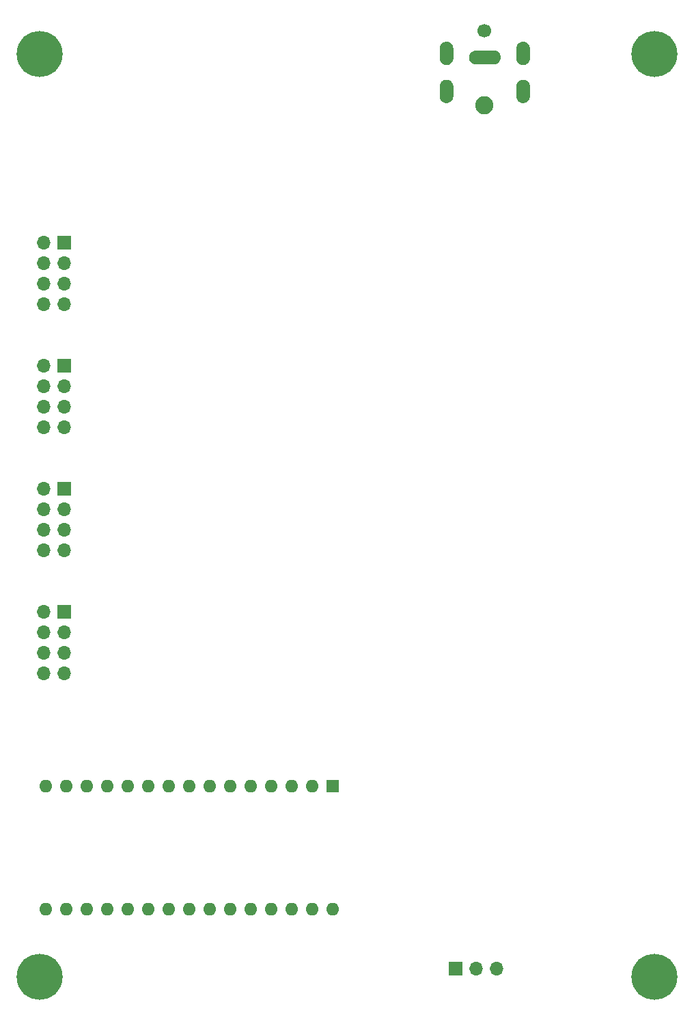
<source format=gbr>
G04 #@! TF.GenerationSoftware,KiCad,Pcbnew,(5.0.0)*
G04 #@! TF.CreationDate,2020-11-12T12:13:27-08:00*
G04 #@! TF.ProjectId,Valve_Monitor_ArduinoNano,56616C76655F4D6F6E69746F725F4172,rev?*
G04 #@! TF.SameCoordinates,Original*
G04 #@! TF.FileFunction,Soldermask,Bot*
G04 #@! TF.FilePolarity,Negative*
%FSLAX46Y46*%
G04 Gerber Fmt 4.6, Leading zero omitted, Abs format (unit mm)*
G04 Created by KiCad (PCBNEW (5.0.0)) date 11/12/20 12:13:27*
%MOMM*%
%LPD*%
G01*
G04 APERTURE LIST*
%ADD10C,0.100000*%
%ADD11C,5.700000*%
%ADD12C,1.700000*%
%ADD13C,2.250000*%
%ADD14C,0.800000*%
%ADD15O,1.700000X1.700000*%
%ADD16R,1.700000X1.700000*%
%ADD17O,1.600000X1.600000*%
%ADD18R,1.600000X1.600000*%
G04 APERTURE END LIST*
D10*
G04 #@! TO.C,J1*
G36*
X93391000Y-50428000D02*
X93391000Y-49228000D01*
X93392096Y-49186131D01*
X93395382Y-49144377D01*
X93400849Y-49102852D01*
X93408482Y-49061671D01*
X93418259Y-49020945D01*
X93430155Y-48980786D01*
X93444136Y-48941306D01*
X93460164Y-48902611D01*
X93478195Y-48864808D01*
X93498180Y-48828000D01*
X93520064Y-48792289D01*
X93543786Y-48757772D01*
X93569283Y-48724544D01*
X93596484Y-48692696D01*
X93625315Y-48662315D01*
X93655696Y-48633484D01*
X93687544Y-48606283D01*
X93720772Y-48580786D01*
X93755289Y-48557064D01*
X93791000Y-48535180D01*
X93827808Y-48515195D01*
X93865611Y-48497164D01*
X93904306Y-48481136D01*
X93943786Y-48467155D01*
X93983945Y-48455259D01*
X94024671Y-48445482D01*
X94065852Y-48437849D01*
X94107377Y-48432382D01*
X94149131Y-48429096D01*
X94191000Y-48428000D01*
X94232869Y-48429096D01*
X94274623Y-48432382D01*
X94316148Y-48437849D01*
X94357329Y-48445482D01*
X94398055Y-48455259D01*
X94438214Y-48467155D01*
X94477694Y-48481136D01*
X94516389Y-48497164D01*
X94554192Y-48515195D01*
X94591000Y-48535180D01*
X94626711Y-48557064D01*
X94661228Y-48580786D01*
X94694456Y-48606283D01*
X94726304Y-48633484D01*
X94756685Y-48662315D01*
X94785516Y-48692696D01*
X94812717Y-48724544D01*
X94838214Y-48757772D01*
X94861936Y-48792289D01*
X94883820Y-48828000D01*
X94903805Y-48864808D01*
X94921836Y-48902611D01*
X94937864Y-48941306D01*
X94951845Y-48980786D01*
X94963741Y-49020945D01*
X94973518Y-49061671D01*
X94981151Y-49102852D01*
X94986618Y-49144377D01*
X94989904Y-49186131D01*
X94991000Y-49228000D01*
X94991000Y-50428000D01*
X94989904Y-50469869D01*
X94986618Y-50511623D01*
X94981151Y-50553148D01*
X94973518Y-50594329D01*
X94963741Y-50635055D01*
X94951845Y-50675214D01*
X94937864Y-50714694D01*
X94921836Y-50753389D01*
X94903805Y-50791192D01*
X94883820Y-50828000D01*
X94861936Y-50863711D01*
X94838214Y-50898228D01*
X94812717Y-50931456D01*
X94785516Y-50963304D01*
X94756685Y-50993685D01*
X94726304Y-51022516D01*
X94694456Y-51049717D01*
X94661228Y-51075214D01*
X94626711Y-51098936D01*
X94591000Y-51120820D01*
X94554192Y-51140805D01*
X94516389Y-51158836D01*
X94477694Y-51174864D01*
X94438214Y-51188845D01*
X94398055Y-51200741D01*
X94357329Y-51210518D01*
X94316148Y-51218151D01*
X94274623Y-51223618D01*
X94232869Y-51226904D01*
X94191000Y-51228000D01*
X94149131Y-51226904D01*
X94107377Y-51223618D01*
X94065852Y-51218151D01*
X94024671Y-51210518D01*
X93983945Y-51200741D01*
X93943786Y-51188845D01*
X93904306Y-51174864D01*
X93865611Y-51158836D01*
X93827808Y-51140805D01*
X93791000Y-51120820D01*
X93755289Y-51098936D01*
X93720772Y-51075214D01*
X93687544Y-51049717D01*
X93655696Y-51022516D01*
X93625315Y-50993685D01*
X93596484Y-50963304D01*
X93569283Y-50931456D01*
X93543786Y-50898228D01*
X93520064Y-50863711D01*
X93498180Y-50828000D01*
X93478195Y-50791192D01*
X93460164Y-50753389D01*
X93444136Y-50714694D01*
X93430155Y-50675214D01*
X93418259Y-50635055D01*
X93408482Y-50594329D01*
X93400849Y-50553148D01*
X93395382Y-50511623D01*
X93392096Y-50469869D01*
X93391000Y-50428000D01*
X93391000Y-50428000D01*
G37*
X93391000Y-50428000D02*
X93391000Y-49228000D01*
X93392096Y-49186131D01*
X93395382Y-49144377D01*
X93400849Y-49102852D01*
X93408482Y-49061671D01*
X93418259Y-49020945D01*
X93430155Y-48980786D01*
X93444136Y-48941306D01*
X93460164Y-48902611D01*
X93478195Y-48864808D01*
X93498180Y-48828000D01*
X93520064Y-48792289D01*
X93543786Y-48757772D01*
X93569283Y-48724544D01*
X93596484Y-48692696D01*
X93625315Y-48662315D01*
X93655696Y-48633484D01*
X93687544Y-48606283D01*
X93720772Y-48580786D01*
X93755289Y-48557064D01*
X93791000Y-48535180D01*
X93827808Y-48515195D01*
X93865611Y-48497164D01*
X93904306Y-48481136D01*
X93943786Y-48467155D01*
X93983945Y-48455259D01*
X94024671Y-48445482D01*
X94065852Y-48437849D01*
X94107377Y-48432382D01*
X94149131Y-48429096D01*
X94191000Y-48428000D01*
X94232869Y-48429096D01*
X94274623Y-48432382D01*
X94316148Y-48437849D01*
X94357329Y-48445482D01*
X94398055Y-48455259D01*
X94438214Y-48467155D01*
X94477694Y-48481136D01*
X94516389Y-48497164D01*
X94554192Y-48515195D01*
X94591000Y-48535180D01*
X94626711Y-48557064D01*
X94661228Y-48580786D01*
X94694456Y-48606283D01*
X94726304Y-48633484D01*
X94756685Y-48662315D01*
X94785516Y-48692696D01*
X94812717Y-48724544D01*
X94838214Y-48757772D01*
X94861936Y-48792289D01*
X94883820Y-48828000D01*
X94903805Y-48864808D01*
X94921836Y-48902611D01*
X94937864Y-48941306D01*
X94951845Y-48980786D01*
X94963741Y-49020945D01*
X94973518Y-49061671D01*
X94981151Y-49102852D01*
X94986618Y-49144377D01*
X94989904Y-49186131D01*
X94991000Y-49228000D01*
X94991000Y-50428000D01*
X94989904Y-50469869D01*
X94986618Y-50511623D01*
X94981151Y-50553148D01*
X94973518Y-50594329D01*
X94963741Y-50635055D01*
X94951845Y-50675214D01*
X94937864Y-50714694D01*
X94921836Y-50753389D01*
X94903805Y-50791192D01*
X94883820Y-50828000D01*
X94861936Y-50863711D01*
X94838214Y-50898228D01*
X94812717Y-50931456D01*
X94785516Y-50963304D01*
X94756685Y-50993685D01*
X94726304Y-51022516D01*
X94694456Y-51049717D01*
X94661228Y-51075214D01*
X94626711Y-51098936D01*
X94591000Y-51120820D01*
X94554192Y-51140805D01*
X94516389Y-51158836D01*
X94477694Y-51174864D01*
X94438214Y-51188845D01*
X94398055Y-51200741D01*
X94357329Y-51210518D01*
X94316148Y-51218151D01*
X94274623Y-51223618D01*
X94232869Y-51226904D01*
X94191000Y-51228000D01*
X94149131Y-51226904D01*
X94107377Y-51223618D01*
X94065852Y-51218151D01*
X94024671Y-51210518D01*
X93983945Y-51200741D01*
X93943786Y-51188845D01*
X93904306Y-51174864D01*
X93865611Y-51158836D01*
X93827808Y-51140805D01*
X93791000Y-51120820D01*
X93755289Y-51098936D01*
X93720772Y-51075214D01*
X93687544Y-51049717D01*
X93655696Y-51022516D01*
X93625315Y-50993685D01*
X93596484Y-50963304D01*
X93569283Y-50931456D01*
X93543786Y-50898228D01*
X93520064Y-50863711D01*
X93498180Y-50828000D01*
X93478195Y-50791192D01*
X93460164Y-50753389D01*
X93444136Y-50714694D01*
X93430155Y-50675214D01*
X93418259Y-50635055D01*
X93408482Y-50594329D01*
X93400849Y-50553148D01*
X93395382Y-50511623D01*
X93392096Y-50469869D01*
X93391000Y-50428000D01*
G36*
X83891000Y-50428000D02*
X83891000Y-49228000D01*
X83892096Y-49186131D01*
X83895382Y-49144377D01*
X83900849Y-49102852D01*
X83908482Y-49061671D01*
X83918259Y-49020945D01*
X83930155Y-48980786D01*
X83944136Y-48941306D01*
X83960164Y-48902611D01*
X83978195Y-48864808D01*
X83998180Y-48828000D01*
X84020064Y-48792289D01*
X84043786Y-48757772D01*
X84069283Y-48724544D01*
X84096484Y-48692696D01*
X84125315Y-48662315D01*
X84155696Y-48633484D01*
X84187544Y-48606283D01*
X84220772Y-48580786D01*
X84255289Y-48557064D01*
X84291000Y-48535180D01*
X84327808Y-48515195D01*
X84365611Y-48497164D01*
X84404306Y-48481136D01*
X84443786Y-48467155D01*
X84483945Y-48455259D01*
X84524671Y-48445482D01*
X84565852Y-48437849D01*
X84607377Y-48432382D01*
X84649131Y-48429096D01*
X84691000Y-48428000D01*
X84732869Y-48429096D01*
X84774623Y-48432382D01*
X84816148Y-48437849D01*
X84857329Y-48445482D01*
X84898055Y-48455259D01*
X84938214Y-48467155D01*
X84977694Y-48481136D01*
X85016389Y-48497164D01*
X85054192Y-48515195D01*
X85091000Y-48535180D01*
X85126711Y-48557064D01*
X85161228Y-48580786D01*
X85194456Y-48606283D01*
X85226304Y-48633484D01*
X85256685Y-48662315D01*
X85285516Y-48692696D01*
X85312717Y-48724544D01*
X85338214Y-48757772D01*
X85361936Y-48792289D01*
X85383820Y-48828000D01*
X85403805Y-48864808D01*
X85421836Y-48902611D01*
X85437864Y-48941306D01*
X85451845Y-48980786D01*
X85463741Y-49020945D01*
X85473518Y-49061671D01*
X85481151Y-49102852D01*
X85486618Y-49144377D01*
X85489904Y-49186131D01*
X85491000Y-49228000D01*
X85491000Y-50428000D01*
X85489904Y-50469869D01*
X85486618Y-50511623D01*
X85481151Y-50553148D01*
X85473518Y-50594329D01*
X85463741Y-50635055D01*
X85451845Y-50675214D01*
X85437864Y-50714694D01*
X85421836Y-50753389D01*
X85403805Y-50791192D01*
X85383820Y-50828000D01*
X85361936Y-50863711D01*
X85338214Y-50898228D01*
X85312717Y-50931456D01*
X85285516Y-50963304D01*
X85256685Y-50993685D01*
X85226304Y-51022516D01*
X85194456Y-51049717D01*
X85161228Y-51075214D01*
X85126711Y-51098936D01*
X85091000Y-51120820D01*
X85054192Y-51140805D01*
X85016389Y-51158836D01*
X84977694Y-51174864D01*
X84938214Y-51188845D01*
X84898055Y-51200741D01*
X84857329Y-51210518D01*
X84816148Y-51218151D01*
X84774623Y-51223618D01*
X84732869Y-51226904D01*
X84691000Y-51228000D01*
X84649131Y-51226904D01*
X84607377Y-51223618D01*
X84565852Y-51218151D01*
X84524671Y-51210518D01*
X84483945Y-51200741D01*
X84443786Y-51188845D01*
X84404306Y-51174864D01*
X84365611Y-51158836D01*
X84327808Y-51140805D01*
X84291000Y-51120820D01*
X84255289Y-51098936D01*
X84220772Y-51075214D01*
X84187544Y-51049717D01*
X84155696Y-51022516D01*
X84125315Y-50993685D01*
X84096484Y-50963304D01*
X84069283Y-50931456D01*
X84043786Y-50898228D01*
X84020064Y-50863711D01*
X83998180Y-50828000D01*
X83978195Y-50791192D01*
X83960164Y-50753389D01*
X83944136Y-50714694D01*
X83930155Y-50675214D01*
X83918259Y-50635055D01*
X83908482Y-50594329D01*
X83900849Y-50553148D01*
X83895382Y-50511623D01*
X83892096Y-50469869D01*
X83891000Y-50428000D01*
X83891000Y-50428000D01*
G37*
X83891000Y-50428000D02*
X83891000Y-49228000D01*
X83892096Y-49186131D01*
X83895382Y-49144377D01*
X83900849Y-49102852D01*
X83908482Y-49061671D01*
X83918259Y-49020945D01*
X83930155Y-48980786D01*
X83944136Y-48941306D01*
X83960164Y-48902611D01*
X83978195Y-48864808D01*
X83998180Y-48828000D01*
X84020064Y-48792289D01*
X84043786Y-48757772D01*
X84069283Y-48724544D01*
X84096484Y-48692696D01*
X84125315Y-48662315D01*
X84155696Y-48633484D01*
X84187544Y-48606283D01*
X84220772Y-48580786D01*
X84255289Y-48557064D01*
X84291000Y-48535180D01*
X84327808Y-48515195D01*
X84365611Y-48497164D01*
X84404306Y-48481136D01*
X84443786Y-48467155D01*
X84483945Y-48455259D01*
X84524671Y-48445482D01*
X84565852Y-48437849D01*
X84607377Y-48432382D01*
X84649131Y-48429096D01*
X84691000Y-48428000D01*
X84732869Y-48429096D01*
X84774623Y-48432382D01*
X84816148Y-48437849D01*
X84857329Y-48445482D01*
X84898055Y-48455259D01*
X84938214Y-48467155D01*
X84977694Y-48481136D01*
X85016389Y-48497164D01*
X85054192Y-48515195D01*
X85091000Y-48535180D01*
X85126711Y-48557064D01*
X85161228Y-48580786D01*
X85194456Y-48606283D01*
X85226304Y-48633484D01*
X85256685Y-48662315D01*
X85285516Y-48692696D01*
X85312717Y-48724544D01*
X85338214Y-48757772D01*
X85361936Y-48792289D01*
X85383820Y-48828000D01*
X85403805Y-48864808D01*
X85421836Y-48902611D01*
X85437864Y-48941306D01*
X85451845Y-48980786D01*
X85463741Y-49020945D01*
X85473518Y-49061671D01*
X85481151Y-49102852D01*
X85486618Y-49144377D01*
X85489904Y-49186131D01*
X85491000Y-49228000D01*
X85491000Y-50428000D01*
X85489904Y-50469869D01*
X85486618Y-50511623D01*
X85481151Y-50553148D01*
X85473518Y-50594329D01*
X85463741Y-50635055D01*
X85451845Y-50675214D01*
X85437864Y-50714694D01*
X85421836Y-50753389D01*
X85403805Y-50791192D01*
X85383820Y-50828000D01*
X85361936Y-50863711D01*
X85338214Y-50898228D01*
X85312717Y-50931456D01*
X85285516Y-50963304D01*
X85256685Y-50993685D01*
X85226304Y-51022516D01*
X85194456Y-51049717D01*
X85161228Y-51075214D01*
X85126711Y-51098936D01*
X85091000Y-51120820D01*
X85054192Y-51140805D01*
X85016389Y-51158836D01*
X84977694Y-51174864D01*
X84938214Y-51188845D01*
X84898055Y-51200741D01*
X84857329Y-51210518D01*
X84816148Y-51218151D01*
X84774623Y-51223618D01*
X84732869Y-51226904D01*
X84691000Y-51228000D01*
X84649131Y-51226904D01*
X84607377Y-51223618D01*
X84565852Y-51218151D01*
X84524671Y-51210518D01*
X84483945Y-51200741D01*
X84443786Y-51188845D01*
X84404306Y-51174864D01*
X84365611Y-51158836D01*
X84327808Y-51140805D01*
X84291000Y-51120820D01*
X84255289Y-51098936D01*
X84220772Y-51075214D01*
X84187544Y-51049717D01*
X84155696Y-51022516D01*
X84125315Y-50993685D01*
X84096484Y-50963304D01*
X84069283Y-50931456D01*
X84043786Y-50898228D01*
X84020064Y-50863711D01*
X83998180Y-50828000D01*
X83978195Y-50791192D01*
X83960164Y-50753389D01*
X83944136Y-50714694D01*
X83930155Y-50675214D01*
X83918259Y-50635055D01*
X83908482Y-50594329D01*
X83900849Y-50553148D01*
X83895382Y-50511623D01*
X83892096Y-50469869D01*
X83891000Y-50428000D01*
G36*
X93391000Y-45728000D02*
X93391000Y-44528000D01*
X93392096Y-44486131D01*
X93395382Y-44444377D01*
X93400849Y-44402852D01*
X93408482Y-44361671D01*
X93418259Y-44320945D01*
X93430155Y-44280786D01*
X93444136Y-44241306D01*
X93460164Y-44202611D01*
X93478195Y-44164808D01*
X93498180Y-44128000D01*
X93520064Y-44092289D01*
X93543786Y-44057772D01*
X93569283Y-44024544D01*
X93596484Y-43992696D01*
X93625315Y-43962315D01*
X93655696Y-43933484D01*
X93687544Y-43906283D01*
X93720772Y-43880786D01*
X93755289Y-43857064D01*
X93791000Y-43835180D01*
X93827808Y-43815195D01*
X93865611Y-43797164D01*
X93904306Y-43781136D01*
X93943786Y-43767155D01*
X93983945Y-43755259D01*
X94024671Y-43745482D01*
X94065852Y-43737849D01*
X94107377Y-43732382D01*
X94149131Y-43729096D01*
X94191000Y-43728000D01*
X94232869Y-43729096D01*
X94274623Y-43732382D01*
X94316148Y-43737849D01*
X94357329Y-43745482D01*
X94398055Y-43755259D01*
X94438214Y-43767155D01*
X94477694Y-43781136D01*
X94516389Y-43797164D01*
X94554192Y-43815195D01*
X94591000Y-43835180D01*
X94626711Y-43857064D01*
X94661228Y-43880786D01*
X94694456Y-43906283D01*
X94726304Y-43933484D01*
X94756685Y-43962315D01*
X94785516Y-43992696D01*
X94812717Y-44024544D01*
X94838214Y-44057772D01*
X94861936Y-44092289D01*
X94883820Y-44128000D01*
X94903805Y-44164808D01*
X94921836Y-44202611D01*
X94937864Y-44241306D01*
X94951845Y-44280786D01*
X94963741Y-44320945D01*
X94973518Y-44361671D01*
X94981151Y-44402852D01*
X94986618Y-44444377D01*
X94989904Y-44486131D01*
X94991000Y-44528000D01*
X94991000Y-45728000D01*
X94989904Y-45769869D01*
X94986618Y-45811623D01*
X94981151Y-45853148D01*
X94973518Y-45894329D01*
X94963741Y-45935055D01*
X94951845Y-45975214D01*
X94937864Y-46014694D01*
X94921836Y-46053389D01*
X94903805Y-46091192D01*
X94883820Y-46128000D01*
X94861936Y-46163711D01*
X94838214Y-46198228D01*
X94812717Y-46231456D01*
X94785516Y-46263304D01*
X94756685Y-46293685D01*
X94726304Y-46322516D01*
X94694456Y-46349717D01*
X94661228Y-46375214D01*
X94626711Y-46398936D01*
X94591000Y-46420820D01*
X94554192Y-46440805D01*
X94516389Y-46458836D01*
X94477694Y-46474864D01*
X94438214Y-46488845D01*
X94398055Y-46500741D01*
X94357329Y-46510518D01*
X94316148Y-46518151D01*
X94274623Y-46523618D01*
X94232869Y-46526904D01*
X94191000Y-46528000D01*
X94149131Y-46526904D01*
X94107377Y-46523618D01*
X94065852Y-46518151D01*
X94024671Y-46510518D01*
X93983945Y-46500741D01*
X93943786Y-46488845D01*
X93904306Y-46474864D01*
X93865611Y-46458836D01*
X93827808Y-46440805D01*
X93791000Y-46420820D01*
X93755289Y-46398936D01*
X93720772Y-46375214D01*
X93687544Y-46349717D01*
X93655696Y-46322516D01*
X93625315Y-46293685D01*
X93596484Y-46263304D01*
X93569283Y-46231456D01*
X93543786Y-46198228D01*
X93520064Y-46163711D01*
X93498180Y-46128000D01*
X93478195Y-46091192D01*
X93460164Y-46053389D01*
X93444136Y-46014694D01*
X93430155Y-45975214D01*
X93418259Y-45935055D01*
X93408482Y-45894329D01*
X93400849Y-45853148D01*
X93395382Y-45811623D01*
X93392096Y-45769869D01*
X93391000Y-45728000D01*
X93391000Y-45728000D01*
G37*
X93391000Y-45728000D02*
X93391000Y-44528000D01*
X93392096Y-44486131D01*
X93395382Y-44444377D01*
X93400849Y-44402852D01*
X93408482Y-44361671D01*
X93418259Y-44320945D01*
X93430155Y-44280786D01*
X93444136Y-44241306D01*
X93460164Y-44202611D01*
X93478195Y-44164808D01*
X93498180Y-44128000D01*
X93520064Y-44092289D01*
X93543786Y-44057772D01*
X93569283Y-44024544D01*
X93596484Y-43992696D01*
X93625315Y-43962315D01*
X93655696Y-43933484D01*
X93687544Y-43906283D01*
X93720772Y-43880786D01*
X93755289Y-43857064D01*
X93791000Y-43835180D01*
X93827808Y-43815195D01*
X93865611Y-43797164D01*
X93904306Y-43781136D01*
X93943786Y-43767155D01*
X93983945Y-43755259D01*
X94024671Y-43745482D01*
X94065852Y-43737849D01*
X94107377Y-43732382D01*
X94149131Y-43729096D01*
X94191000Y-43728000D01*
X94232869Y-43729096D01*
X94274623Y-43732382D01*
X94316148Y-43737849D01*
X94357329Y-43745482D01*
X94398055Y-43755259D01*
X94438214Y-43767155D01*
X94477694Y-43781136D01*
X94516389Y-43797164D01*
X94554192Y-43815195D01*
X94591000Y-43835180D01*
X94626711Y-43857064D01*
X94661228Y-43880786D01*
X94694456Y-43906283D01*
X94726304Y-43933484D01*
X94756685Y-43962315D01*
X94785516Y-43992696D01*
X94812717Y-44024544D01*
X94838214Y-44057772D01*
X94861936Y-44092289D01*
X94883820Y-44128000D01*
X94903805Y-44164808D01*
X94921836Y-44202611D01*
X94937864Y-44241306D01*
X94951845Y-44280786D01*
X94963741Y-44320945D01*
X94973518Y-44361671D01*
X94981151Y-44402852D01*
X94986618Y-44444377D01*
X94989904Y-44486131D01*
X94991000Y-44528000D01*
X94991000Y-45728000D01*
X94989904Y-45769869D01*
X94986618Y-45811623D01*
X94981151Y-45853148D01*
X94973518Y-45894329D01*
X94963741Y-45935055D01*
X94951845Y-45975214D01*
X94937864Y-46014694D01*
X94921836Y-46053389D01*
X94903805Y-46091192D01*
X94883820Y-46128000D01*
X94861936Y-46163711D01*
X94838214Y-46198228D01*
X94812717Y-46231456D01*
X94785516Y-46263304D01*
X94756685Y-46293685D01*
X94726304Y-46322516D01*
X94694456Y-46349717D01*
X94661228Y-46375214D01*
X94626711Y-46398936D01*
X94591000Y-46420820D01*
X94554192Y-46440805D01*
X94516389Y-46458836D01*
X94477694Y-46474864D01*
X94438214Y-46488845D01*
X94398055Y-46500741D01*
X94357329Y-46510518D01*
X94316148Y-46518151D01*
X94274623Y-46523618D01*
X94232869Y-46526904D01*
X94191000Y-46528000D01*
X94149131Y-46526904D01*
X94107377Y-46523618D01*
X94065852Y-46518151D01*
X94024671Y-46510518D01*
X93983945Y-46500741D01*
X93943786Y-46488845D01*
X93904306Y-46474864D01*
X93865611Y-46458836D01*
X93827808Y-46440805D01*
X93791000Y-46420820D01*
X93755289Y-46398936D01*
X93720772Y-46375214D01*
X93687544Y-46349717D01*
X93655696Y-46322516D01*
X93625315Y-46293685D01*
X93596484Y-46263304D01*
X93569283Y-46231456D01*
X93543786Y-46198228D01*
X93520064Y-46163711D01*
X93498180Y-46128000D01*
X93478195Y-46091192D01*
X93460164Y-46053389D01*
X93444136Y-46014694D01*
X93430155Y-45975214D01*
X93418259Y-45935055D01*
X93408482Y-45894329D01*
X93400849Y-45853148D01*
X93395382Y-45811623D01*
X93392096Y-45769869D01*
X93391000Y-45728000D01*
G36*
X90641000Y-46428000D02*
X88241000Y-46428000D01*
X88199395Y-46424062D01*
X88160475Y-46418245D01*
X88121912Y-46410400D01*
X88083813Y-46400547D01*
X88046282Y-46388713D01*
X88009421Y-46374931D01*
X87973333Y-46359240D01*
X87938115Y-46341681D01*
X87903864Y-46322303D01*
X87870674Y-46301158D01*
X87838637Y-46278306D01*
X87807839Y-46253809D01*
X87778366Y-46227733D01*
X87750298Y-46200150D01*
X87723711Y-46171136D01*
X87698680Y-46140771D01*
X87675272Y-46109137D01*
X87653552Y-46076322D01*
X87633579Y-46042414D01*
X87615408Y-46007508D01*
X87599089Y-45971699D01*
X87584666Y-45935085D01*
X87572179Y-45897766D01*
X87561663Y-45859844D01*
X87553145Y-45821424D01*
X87546650Y-45782612D01*
X87542195Y-45743512D01*
X87539793Y-45704233D01*
X87539450Y-45664882D01*
X87541000Y-45628000D01*
X87542096Y-45586131D01*
X87545382Y-45544377D01*
X87550849Y-45502852D01*
X87558482Y-45461671D01*
X87568259Y-45420945D01*
X87580155Y-45380786D01*
X87594136Y-45341306D01*
X87610164Y-45302611D01*
X87628195Y-45264808D01*
X87648180Y-45228000D01*
X87670064Y-45192289D01*
X87693786Y-45157772D01*
X87719283Y-45124544D01*
X87746484Y-45092696D01*
X87775315Y-45062315D01*
X87805696Y-45033484D01*
X87837544Y-45006283D01*
X87870772Y-44980786D01*
X87905289Y-44957064D01*
X87941000Y-44935180D01*
X87977808Y-44915195D01*
X88015611Y-44897164D01*
X88054306Y-44881136D01*
X88093786Y-44867155D01*
X88133945Y-44855259D01*
X88174671Y-44845482D01*
X88215852Y-44837849D01*
X88257377Y-44832382D01*
X88299131Y-44829096D01*
X88341000Y-44828000D01*
X90741000Y-44828000D01*
X90775922Y-44833885D01*
X90812065Y-44841897D01*
X90847738Y-44851790D01*
X90882845Y-44863537D01*
X90917289Y-44877105D01*
X90950975Y-44892457D01*
X90983812Y-44909550D01*
X91015710Y-44928339D01*
X91046580Y-44948772D01*
X91076338Y-44970792D01*
X91104904Y-44994340D01*
X91132198Y-45019350D01*
X91158145Y-45045754D01*
X91182675Y-45073481D01*
X91205721Y-45102453D01*
X91227218Y-45132591D01*
X91247109Y-45163813D01*
X91265338Y-45196033D01*
X91281856Y-45229164D01*
X91296618Y-45263113D01*
X91309583Y-45297789D01*
X91320715Y-45333095D01*
X91329984Y-45368936D01*
X91337364Y-45405212D01*
X91342836Y-45441825D01*
X91346384Y-45478675D01*
X91347999Y-45515659D01*
X91347676Y-45552678D01*
X91345416Y-45589628D01*
X91341000Y-45628000D01*
X91342550Y-45664882D01*
X91342207Y-45704233D01*
X91339805Y-45743512D01*
X91335350Y-45782612D01*
X91328855Y-45821424D01*
X91320337Y-45859844D01*
X91309821Y-45897766D01*
X91297334Y-45935085D01*
X91282911Y-45971699D01*
X91266592Y-46007508D01*
X91248421Y-46042414D01*
X91228448Y-46076322D01*
X91206728Y-46109137D01*
X91183320Y-46140771D01*
X91158289Y-46171136D01*
X91131702Y-46200150D01*
X91103634Y-46227733D01*
X91074161Y-46253809D01*
X91043363Y-46278306D01*
X91011326Y-46301158D01*
X90978136Y-46322303D01*
X90943885Y-46341681D01*
X90908667Y-46359240D01*
X90872579Y-46374931D01*
X90835718Y-46388713D01*
X90798187Y-46400547D01*
X90760088Y-46410400D01*
X90721525Y-46418245D01*
X90682605Y-46424062D01*
X90641000Y-46428000D01*
X90641000Y-46428000D01*
G37*
X90641000Y-46428000D02*
X88241000Y-46428000D01*
X88199395Y-46424062D01*
X88160475Y-46418245D01*
X88121912Y-46410400D01*
X88083813Y-46400547D01*
X88046282Y-46388713D01*
X88009421Y-46374931D01*
X87973333Y-46359240D01*
X87938115Y-46341681D01*
X87903864Y-46322303D01*
X87870674Y-46301158D01*
X87838637Y-46278306D01*
X87807839Y-46253809D01*
X87778366Y-46227733D01*
X87750298Y-46200150D01*
X87723711Y-46171136D01*
X87698680Y-46140771D01*
X87675272Y-46109137D01*
X87653552Y-46076322D01*
X87633579Y-46042414D01*
X87615408Y-46007508D01*
X87599089Y-45971699D01*
X87584666Y-45935085D01*
X87572179Y-45897766D01*
X87561663Y-45859844D01*
X87553145Y-45821424D01*
X87546650Y-45782612D01*
X87542195Y-45743512D01*
X87539793Y-45704233D01*
X87539450Y-45664882D01*
X87541000Y-45628000D01*
X87542096Y-45586131D01*
X87545382Y-45544377D01*
X87550849Y-45502852D01*
X87558482Y-45461671D01*
X87568259Y-45420945D01*
X87580155Y-45380786D01*
X87594136Y-45341306D01*
X87610164Y-45302611D01*
X87628195Y-45264808D01*
X87648180Y-45228000D01*
X87670064Y-45192289D01*
X87693786Y-45157772D01*
X87719283Y-45124544D01*
X87746484Y-45092696D01*
X87775315Y-45062315D01*
X87805696Y-45033484D01*
X87837544Y-45006283D01*
X87870772Y-44980786D01*
X87905289Y-44957064D01*
X87941000Y-44935180D01*
X87977808Y-44915195D01*
X88015611Y-44897164D01*
X88054306Y-44881136D01*
X88093786Y-44867155D01*
X88133945Y-44855259D01*
X88174671Y-44845482D01*
X88215852Y-44837849D01*
X88257377Y-44832382D01*
X88299131Y-44829096D01*
X88341000Y-44828000D01*
X90741000Y-44828000D01*
X90775922Y-44833885D01*
X90812065Y-44841897D01*
X90847738Y-44851790D01*
X90882845Y-44863537D01*
X90917289Y-44877105D01*
X90950975Y-44892457D01*
X90983812Y-44909550D01*
X91015710Y-44928339D01*
X91046580Y-44948772D01*
X91076338Y-44970792D01*
X91104904Y-44994340D01*
X91132198Y-45019350D01*
X91158145Y-45045754D01*
X91182675Y-45073481D01*
X91205721Y-45102453D01*
X91227218Y-45132591D01*
X91247109Y-45163813D01*
X91265338Y-45196033D01*
X91281856Y-45229164D01*
X91296618Y-45263113D01*
X91309583Y-45297789D01*
X91320715Y-45333095D01*
X91329984Y-45368936D01*
X91337364Y-45405212D01*
X91342836Y-45441825D01*
X91346384Y-45478675D01*
X91347999Y-45515659D01*
X91347676Y-45552678D01*
X91345416Y-45589628D01*
X91341000Y-45628000D01*
X91342550Y-45664882D01*
X91342207Y-45704233D01*
X91339805Y-45743512D01*
X91335350Y-45782612D01*
X91328855Y-45821424D01*
X91320337Y-45859844D01*
X91309821Y-45897766D01*
X91297334Y-45935085D01*
X91282911Y-45971699D01*
X91266592Y-46007508D01*
X91248421Y-46042414D01*
X91228448Y-46076322D01*
X91206728Y-46109137D01*
X91183320Y-46140771D01*
X91158289Y-46171136D01*
X91131702Y-46200150D01*
X91103634Y-46227733D01*
X91074161Y-46253809D01*
X91043363Y-46278306D01*
X91011326Y-46301158D01*
X90978136Y-46322303D01*
X90943885Y-46341681D01*
X90908667Y-46359240D01*
X90872579Y-46374931D01*
X90835718Y-46388713D01*
X90798187Y-46400547D01*
X90760088Y-46410400D01*
X90721525Y-46418245D01*
X90682605Y-46424062D01*
X90641000Y-46428000D01*
G36*
X83891000Y-45728000D02*
X83891000Y-44528000D01*
X83892096Y-44486131D01*
X83895382Y-44444377D01*
X83900849Y-44402852D01*
X83908482Y-44361671D01*
X83918259Y-44320945D01*
X83930155Y-44280786D01*
X83944136Y-44241306D01*
X83960164Y-44202611D01*
X83978195Y-44164808D01*
X83998180Y-44128000D01*
X84020064Y-44092289D01*
X84043786Y-44057772D01*
X84069283Y-44024544D01*
X84096484Y-43992696D01*
X84125315Y-43962315D01*
X84155696Y-43933484D01*
X84187544Y-43906283D01*
X84220772Y-43880786D01*
X84255289Y-43857064D01*
X84291000Y-43835180D01*
X84327808Y-43815195D01*
X84365611Y-43797164D01*
X84404306Y-43781136D01*
X84443786Y-43767155D01*
X84483945Y-43755259D01*
X84524671Y-43745482D01*
X84565852Y-43737849D01*
X84607377Y-43732382D01*
X84649131Y-43729096D01*
X84691000Y-43728000D01*
X84732869Y-43729096D01*
X84774623Y-43732382D01*
X84816148Y-43737849D01*
X84857329Y-43745482D01*
X84898055Y-43755259D01*
X84938214Y-43767155D01*
X84977694Y-43781136D01*
X85016389Y-43797164D01*
X85054192Y-43815195D01*
X85091000Y-43835180D01*
X85126711Y-43857064D01*
X85161228Y-43880786D01*
X85194456Y-43906283D01*
X85226304Y-43933484D01*
X85256685Y-43962315D01*
X85285516Y-43992696D01*
X85312717Y-44024544D01*
X85338214Y-44057772D01*
X85361936Y-44092289D01*
X85383820Y-44128000D01*
X85403805Y-44164808D01*
X85421836Y-44202611D01*
X85437864Y-44241306D01*
X85451845Y-44280786D01*
X85463741Y-44320945D01*
X85473518Y-44361671D01*
X85481151Y-44402852D01*
X85486618Y-44444377D01*
X85489904Y-44486131D01*
X85491000Y-44528000D01*
X85491000Y-45728000D01*
X85489904Y-45769869D01*
X85486618Y-45811623D01*
X85481151Y-45853148D01*
X85473518Y-45894329D01*
X85463741Y-45935055D01*
X85451845Y-45975214D01*
X85437864Y-46014694D01*
X85421836Y-46053389D01*
X85403805Y-46091192D01*
X85383820Y-46128000D01*
X85361936Y-46163711D01*
X85338214Y-46198228D01*
X85312717Y-46231456D01*
X85285516Y-46263304D01*
X85256685Y-46293685D01*
X85226304Y-46322516D01*
X85194456Y-46349717D01*
X85161228Y-46375214D01*
X85126711Y-46398936D01*
X85091000Y-46420820D01*
X85054192Y-46440805D01*
X85016389Y-46458836D01*
X84977694Y-46474864D01*
X84938214Y-46488845D01*
X84898055Y-46500741D01*
X84857329Y-46510518D01*
X84816148Y-46518151D01*
X84774623Y-46523618D01*
X84732869Y-46526904D01*
X84691000Y-46528000D01*
X84649131Y-46526904D01*
X84607377Y-46523618D01*
X84565852Y-46518151D01*
X84524671Y-46510518D01*
X84483945Y-46500741D01*
X84443786Y-46488845D01*
X84404306Y-46474864D01*
X84365611Y-46458836D01*
X84327808Y-46440805D01*
X84291000Y-46420820D01*
X84255289Y-46398936D01*
X84220772Y-46375214D01*
X84187544Y-46349717D01*
X84155696Y-46322516D01*
X84125315Y-46293685D01*
X84096484Y-46263304D01*
X84069283Y-46231456D01*
X84043786Y-46198228D01*
X84020064Y-46163711D01*
X83998180Y-46128000D01*
X83978195Y-46091192D01*
X83960164Y-46053389D01*
X83944136Y-46014694D01*
X83930155Y-45975214D01*
X83918259Y-45935055D01*
X83908482Y-45894329D01*
X83900849Y-45853148D01*
X83895382Y-45811623D01*
X83892096Y-45769869D01*
X83891000Y-45728000D01*
X83891000Y-45728000D01*
G37*
X83891000Y-45728000D02*
X83891000Y-44528000D01*
X83892096Y-44486131D01*
X83895382Y-44444377D01*
X83900849Y-44402852D01*
X83908482Y-44361671D01*
X83918259Y-44320945D01*
X83930155Y-44280786D01*
X83944136Y-44241306D01*
X83960164Y-44202611D01*
X83978195Y-44164808D01*
X83998180Y-44128000D01*
X84020064Y-44092289D01*
X84043786Y-44057772D01*
X84069283Y-44024544D01*
X84096484Y-43992696D01*
X84125315Y-43962315D01*
X84155696Y-43933484D01*
X84187544Y-43906283D01*
X84220772Y-43880786D01*
X84255289Y-43857064D01*
X84291000Y-43835180D01*
X84327808Y-43815195D01*
X84365611Y-43797164D01*
X84404306Y-43781136D01*
X84443786Y-43767155D01*
X84483945Y-43755259D01*
X84524671Y-43745482D01*
X84565852Y-43737849D01*
X84607377Y-43732382D01*
X84649131Y-43729096D01*
X84691000Y-43728000D01*
X84732869Y-43729096D01*
X84774623Y-43732382D01*
X84816148Y-43737849D01*
X84857329Y-43745482D01*
X84898055Y-43755259D01*
X84938214Y-43767155D01*
X84977694Y-43781136D01*
X85016389Y-43797164D01*
X85054192Y-43815195D01*
X85091000Y-43835180D01*
X85126711Y-43857064D01*
X85161228Y-43880786D01*
X85194456Y-43906283D01*
X85226304Y-43933484D01*
X85256685Y-43962315D01*
X85285516Y-43992696D01*
X85312717Y-44024544D01*
X85338214Y-44057772D01*
X85361936Y-44092289D01*
X85383820Y-44128000D01*
X85403805Y-44164808D01*
X85421836Y-44202611D01*
X85437864Y-44241306D01*
X85451845Y-44280786D01*
X85463741Y-44320945D01*
X85473518Y-44361671D01*
X85481151Y-44402852D01*
X85486618Y-44444377D01*
X85489904Y-44486131D01*
X85491000Y-44528000D01*
X85491000Y-45728000D01*
X85489904Y-45769869D01*
X85486618Y-45811623D01*
X85481151Y-45853148D01*
X85473518Y-45894329D01*
X85463741Y-45935055D01*
X85451845Y-45975214D01*
X85437864Y-46014694D01*
X85421836Y-46053389D01*
X85403805Y-46091192D01*
X85383820Y-46128000D01*
X85361936Y-46163711D01*
X85338214Y-46198228D01*
X85312717Y-46231456D01*
X85285516Y-46263304D01*
X85256685Y-46293685D01*
X85226304Y-46322516D01*
X85194456Y-46349717D01*
X85161228Y-46375214D01*
X85126711Y-46398936D01*
X85091000Y-46420820D01*
X85054192Y-46440805D01*
X85016389Y-46458836D01*
X84977694Y-46474864D01*
X84938214Y-46488845D01*
X84898055Y-46500741D01*
X84857329Y-46510518D01*
X84816148Y-46518151D01*
X84774623Y-46523618D01*
X84732869Y-46526904D01*
X84691000Y-46528000D01*
X84649131Y-46526904D01*
X84607377Y-46523618D01*
X84565852Y-46518151D01*
X84524671Y-46510518D01*
X84483945Y-46500741D01*
X84443786Y-46488845D01*
X84404306Y-46474864D01*
X84365611Y-46458836D01*
X84327808Y-46440805D01*
X84291000Y-46420820D01*
X84255289Y-46398936D01*
X84220772Y-46375214D01*
X84187544Y-46349717D01*
X84155696Y-46322516D01*
X84125315Y-46293685D01*
X84096484Y-46263304D01*
X84069283Y-46231456D01*
X84043786Y-46198228D01*
X84020064Y-46163711D01*
X83998180Y-46128000D01*
X83978195Y-46091192D01*
X83960164Y-46053389D01*
X83944136Y-46014694D01*
X83930155Y-45975214D01*
X83918259Y-45935055D01*
X83908482Y-45894329D01*
X83900849Y-45853148D01*
X83895382Y-45811623D01*
X83892096Y-45769869D01*
X83891000Y-45728000D01*
G04 #@! TD*
D11*
G04 #@! TO.C,REF\002A\002A*
X110490000Y-45212000D03*
G04 #@! TD*
G04 #@! TO.C,REF\002A\002A*
X110490000Y-159512000D03*
G04 #@! TD*
G04 #@! TO.C,REF\002A\002A*
X34290000Y-159512000D03*
G04 #@! TD*
D12*
G04 #@! TO.C,J1*
X89441000Y-42378000D03*
D13*
X89441000Y-51628000D03*
D14*
X94191000Y-49828000D03*
X84691000Y-49828000D03*
X94191000Y-45128000D03*
X89441000Y-45628000D03*
X84691000Y-45128000D03*
G04 #@! TD*
D15*
G04 #@! TO.C,J3*
X34798000Y-91440000D03*
X37338000Y-91440000D03*
X34798000Y-88900000D03*
X37338000Y-88900000D03*
X34798000Y-86360000D03*
X37338000Y-86360000D03*
X34798000Y-83820000D03*
D16*
X37338000Y-83820000D03*
G04 #@! TD*
G04 #@! TO.C,J6*
X37338000Y-99060000D03*
D15*
X34798000Y-99060000D03*
X37338000Y-101600000D03*
X34798000Y-101600000D03*
X37338000Y-104140000D03*
X34798000Y-104140000D03*
X37338000Y-106680000D03*
X34798000Y-106680000D03*
G04 #@! TD*
G04 #@! TO.C,J5*
X34798000Y-76200000D03*
X37338000Y-76200000D03*
X34798000Y-73660000D03*
X37338000Y-73660000D03*
X34798000Y-71120000D03*
X37338000Y-71120000D03*
X34798000Y-68580000D03*
D16*
X37338000Y-68580000D03*
G04 #@! TD*
G04 #@! TO.C,J4*
X37338000Y-114300000D03*
D15*
X34798000Y-114300000D03*
X37338000Y-116840000D03*
X34798000Y-116840000D03*
X37338000Y-119380000D03*
X34798000Y-119380000D03*
X37338000Y-121920000D03*
X34798000Y-121920000D03*
G04 #@! TD*
G04 #@! TO.C,J2*
X90932000Y-158496000D03*
X88392000Y-158496000D03*
D16*
X85852000Y-158496000D03*
G04 #@! TD*
D17*
G04 #@! TO.C,A1*
X35052000Y-151130000D03*
X35052000Y-135890000D03*
X70612000Y-151130000D03*
X37592000Y-135890000D03*
X68072000Y-151130000D03*
X40132000Y-135890000D03*
X65532000Y-151130000D03*
X42672000Y-135890000D03*
X62992000Y-151130000D03*
X45212000Y-135890000D03*
X60452000Y-151130000D03*
X47752000Y-135890000D03*
X57912000Y-151130000D03*
X50292000Y-135890000D03*
X55372000Y-151130000D03*
X52832000Y-135890000D03*
X52832000Y-151130000D03*
X55372000Y-135890000D03*
X50292000Y-151130000D03*
X57912000Y-135890000D03*
X47752000Y-151130000D03*
X60452000Y-135890000D03*
X45212000Y-151130000D03*
X62992000Y-135890000D03*
X42672000Y-151130000D03*
X65532000Y-135890000D03*
X40132000Y-151130000D03*
X68072000Y-135890000D03*
X37592000Y-151130000D03*
D18*
X70612000Y-135890000D03*
G04 #@! TD*
D11*
G04 #@! TO.C,REF\002A\002A*
X34290000Y-45212000D03*
G04 #@! TD*
M02*

</source>
